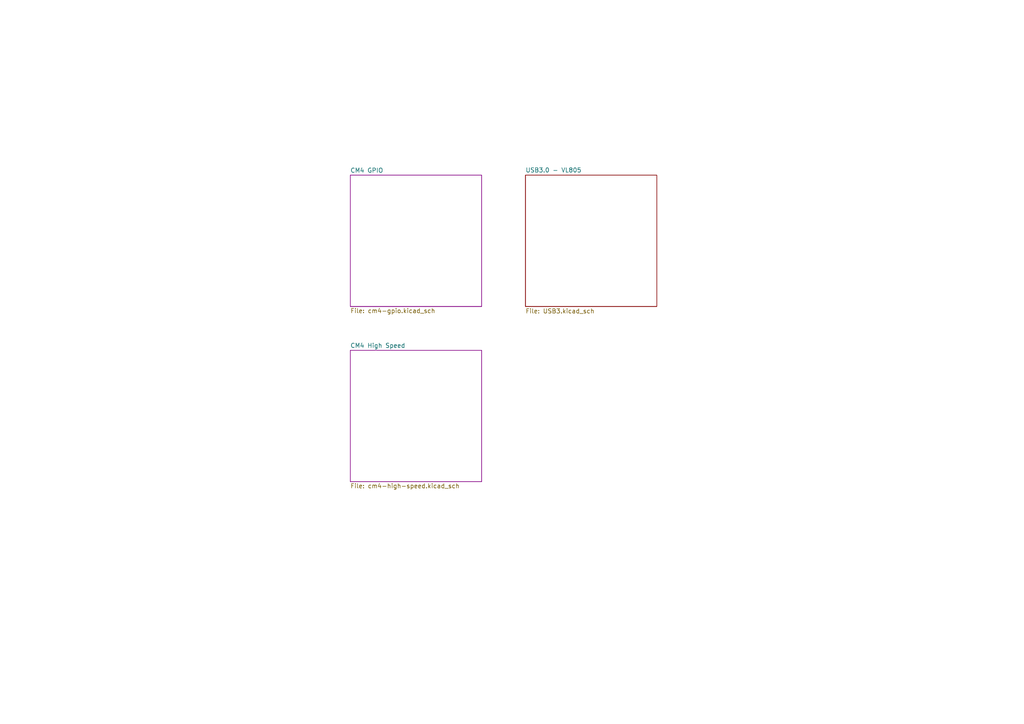
<source format=kicad_sch>
(kicad_sch
	(version 20231120)
	(generator "eeschema")
	(generator_version "8.0")
	(uuid "345c9651-d4ea-4d25-b5ab-f022b9143dbe")
	(paper "A4")
	(title_block
		(title "Raspberry Pi Compute Module 4 USB3 and uSD")
		(date "2024-11-02")
		(rev "v01")
		(comment 2 "creativecommons.org/licenses/by-sa/4.0/")
		(comment 3 "License: CC BY-SA 4.0")
		(comment 4 "Author: Michael Izquierdo")
	)
	(lib_symbols)
	(sheet
		(at 152.4 50.8)
		(size 38.1 38.1)
		(fields_autoplaced yes)
		(stroke
			(width 0.1524)
			(type solid)
		)
		(fill
			(color 0 0 0 0.0000)
		)
		(uuid "467fbf54-c03f-466f-a98e-ddfb87ae0959")
		(property "Sheetname" "USB3.0 - VL805"
			(at 152.4 50.0884 0)
			(effects
				(font
					(size 1.27 1.27)
				)
				(justify left bottom)
			)
		)
		(property "Sheetfile" "USB3.kicad_sch"
			(at 152.4 89.4846 0)
			(effects
				(font
					(size 1.27 1.27)
				)
				(justify left top)
			)
		)
		(instances
			(project "rpi-cm4-usb-uSD"
				(path "/345c9651-d4ea-4d25-b5ab-f022b9143dbe"
					(page "4")
				)
			)
		)
	)
	(sheet
		(at 101.6 101.6)
		(size 38.1 38.1)
		(stroke
			(width 0)
			(type solid)
			(color 132 0 132 1)
		)
		(fill
			(color 255 255 255 0.0000)
		)
		(uuid "caa71f4c-454d-4ac9-b287-456eafb34991")
		(property "Sheetname" "CM4 High Speed"
			(at 101.6 100.9645 0)
			(effects
				(font
					(size 1.27 1.27)
				)
				(justify left bottom)
			)
		)
		(property "Sheetfile" "cm4-high-speed.kicad_sch"
			(at 101.6 140.2085 0)
			(effects
				(font
					(size 1.27 1.27)
				)
				(justify left top)
			)
		)
		(instances
			(project "rpi-cm4-usb-uSD"
				(path "/345c9651-d4ea-4d25-b5ab-f022b9143dbe"
					(page "3")
				)
			)
		)
	)
	(sheet
		(at 101.6 50.8)
		(size 38.1 38.1)
		(stroke
			(width 0)
			(type solid)
			(color 132 0 132 1)
		)
		(fill
			(color 255 255 255 0.0000)
		)
		(uuid "fc4c71a5-1008-4ac4-98db-57c838c57d91")
		(property "Sheetname" "CM4 GPIO"
			(at 101.6 50.1645 0)
			(effects
				(font
					(size 1.27 1.27)
				)
				(justify left bottom)
			)
		)
		(property "Sheetfile" "cm4-gpio.kicad_sch"
			(at 101.6 89.4085 0)
			(effects
				(font
					(size 1.27 1.27)
				)
				(justify left top)
			)
		)
		(instances
			(project "rpi-cm4-usb-uSD"
				(path "/345c9651-d4ea-4d25-b5ab-f022b9143dbe"
					(page "3")
				)
			)
		)
	)
	(sheet_instances
		(path "/"
			(page "1")
		)
	)
)

</source>
